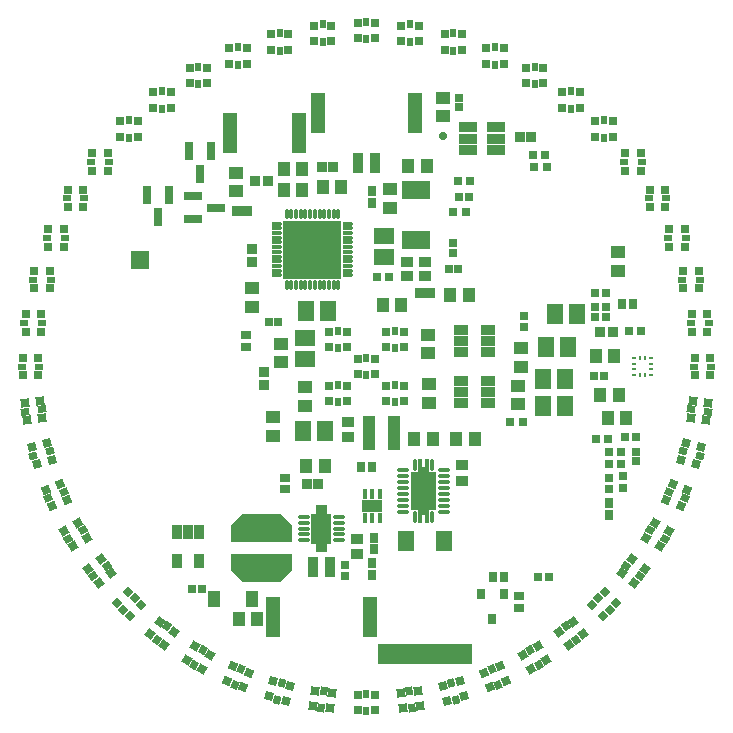
<source format=gts>
G04 Layer_Color=8388736*
%FSLAX25Y25*%
%MOIN*%
G70*
G01*
G75*
%ADD89R,0.01181X0.01181*%
%ADD91R,0.03937X0.03937*%
%ADD95O,0.01476X0.00984*%
%ADD96O,0.00984X0.01476*%
%ADD132R,0.05847X0.05847*%
%ADD133R,0.02769X0.02769*%
%ADD134R,0.02375X0.02769*%
%ADD135R,0.02769X0.02769*%
%ADD136R,0.02769X0.02375*%
%ADD137P,0.03915X4X322.5*%
G04:AMPARAMS|DCode=138|XSize=23.75mil|YSize=27.69mil|CornerRadius=0mil|HoleSize=0mil|Usage=FLASHONLY|Rotation=277.500|XOffset=0mil|YOffset=0mil|HoleType=Round|Shape=Rectangle|*
%AMROTATEDRECTD138*
4,1,4,-0.01527,0.00997,0.01217,0.01358,0.01527,-0.00997,-0.01217,-0.01358,-0.01527,0.00997,0.0*
%
%ADD138ROTATEDRECTD138*%

%ADD139P,0.03915X4X330.0*%
G04:AMPARAMS|DCode=140|XSize=23.75mil|YSize=27.69mil|CornerRadius=0mil|HoleSize=0mil|Usage=FLASHONLY|Rotation=285.000|XOffset=0mil|YOffset=0mil|HoleType=Round|Shape=Rectangle|*
%AMROTATEDRECTD140*
4,1,4,-0.01644,0.00789,0.01030,0.01505,0.01644,-0.00789,-0.01030,-0.01505,-0.01644,0.00789,0.0*
%
%ADD140ROTATEDRECTD140*%

%ADD141P,0.03915X4X337.5*%
G04:AMPARAMS|DCode=142|XSize=23.75mil|YSize=27.69mil|CornerRadius=0mil|HoleSize=0mil|Usage=FLASHONLY|Rotation=292.500|XOffset=0mil|YOffset=0mil|HoleType=Round|Shape=Rectangle|*
%AMROTATEDRECTD142*
4,1,4,-0.01733,0.00567,0.00825,0.01627,0.01733,-0.00567,-0.00825,-0.01627,-0.01733,0.00567,0.0*
%
%ADD142ROTATEDRECTD142*%

%ADD143P,0.03915X4X345.0*%
G04:AMPARAMS|DCode=144|XSize=23.75mil|YSize=27.69mil|CornerRadius=0mil|HoleSize=0mil|Usage=FLASHONLY|Rotation=300.000|XOffset=0mil|YOffset=0mil|HoleType=Round|Shape=Rectangle|*
%AMROTATEDRECTD144*
4,1,4,-0.01793,0.00336,0.00605,0.01720,0.01793,-0.00336,-0.00605,-0.01720,-0.01793,0.00336,0.0*
%
%ADD144ROTATEDRECTD144*%

%ADD145P,0.03915X4X352.5*%
G04:AMPARAMS|DCode=146|XSize=23.75mil|YSize=27.69mil|CornerRadius=0mil|HoleSize=0mil|Usage=FLASHONLY|Rotation=307.500|XOffset=0mil|YOffset=0mil|HoleType=Round|Shape=Rectangle|*
%AMROTATEDRECTD146*
4,1,4,-0.01821,0.00099,0.00375,0.01785,0.01821,-0.00099,-0.00375,-0.01785,-0.01821,0.00099,0.0*
%
%ADD146ROTATEDRECTD146*%

%ADD147P,0.03915X4X360.0*%
G04:AMPARAMS|DCode=148|XSize=23.75mil|YSize=27.69mil|CornerRadius=0mil|HoleSize=0mil|Usage=FLASHONLY|Rotation=315.000|XOffset=0mil|YOffset=0mil|HoleType=Round|Shape=Rectangle|*
%AMROTATEDRECTD148*
4,1,4,-0.01818,-0.00139,0.00139,0.01818,0.01818,0.00139,-0.00139,-0.01818,-0.01818,-0.00139,0.0*
%
%ADD148ROTATEDRECTD148*%

%ADD149P,0.03915X4X367.5*%
G04:AMPARAMS|DCode=150|XSize=23.75mil|YSize=27.69mil|CornerRadius=0mil|HoleSize=0mil|Usage=FLASHONLY|Rotation=322.500|XOffset=0mil|YOffset=0mil|HoleType=Round|Shape=Rectangle|*
%AMROTATEDRECTD150*
4,1,4,-0.01785,-0.00375,-0.00099,0.01821,0.01785,0.00375,0.00099,-0.01821,-0.01785,-0.00375,0.0*
%
%ADD150ROTATEDRECTD150*%

%ADD151P,0.03915X4X375.0*%
G04:AMPARAMS|DCode=152|XSize=23.75mil|YSize=27.69mil|CornerRadius=0mil|HoleSize=0mil|Usage=FLASHONLY|Rotation=330.000|XOffset=0mil|YOffset=0mil|HoleType=Round|Shape=Rectangle|*
%AMROTATEDRECTD152*
4,1,4,-0.01720,-0.00605,-0.00336,0.01793,0.01720,0.00605,0.00336,-0.01793,-0.01720,-0.00605,0.0*
%
%ADD152ROTATEDRECTD152*%

%ADD153P,0.03915X4X382.5*%
G04:AMPARAMS|DCode=154|XSize=23.75mil|YSize=27.69mil|CornerRadius=0mil|HoleSize=0mil|Usage=FLASHONLY|Rotation=337.500|XOffset=0mil|YOffset=0mil|HoleType=Round|Shape=Rectangle|*
%AMROTATEDRECTD154*
4,1,4,-0.01627,-0.00825,-0.00567,0.01733,0.01627,0.00825,0.00567,-0.01733,-0.01627,-0.00825,0.0*
%
%ADD154ROTATEDRECTD154*%

%ADD155P,0.03915X4X390.0*%
G04:AMPARAMS|DCode=156|XSize=23.75mil|YSize=27.69mil|CornerRadius=0mil|HoleSize=0mil|Usage=FLASHONLY|Rotation=345.000|XOffset=0mil|YOffset=0mil|HoleType=Round|Shape=Rectangle|*
%AMROTATEDRECTD156*
4,1,4,-0.01505,-0.01030,-0.00789,0.01644,0.01505,0.01030,0.00789,-0.01644,-0.01505,-0.01030,0.0*
%
%ADD156ROTATEDRECTD156*%

%ADD157P,0.03915X4X397.5*%
G04:AMPARAMS|DCode=158|XSize=23.75mil|YSize=27.69mil|CornerRadius=0mil|HoleSize=0mil|Usage=FLASHONLY|Rotation=352.500|XOffset=0mil|YOffset=0mil|HoleType=Round|Shape=Rectangle|*
%AMROTATEDRECTD158*
4,1,4,-0.01358,-0.01217,-0.00997,0.01527,0.01358,0.01217,0.00997,-0.01527,-0.01358,-0.01217,0.0*
%
%ADD158ROTATEDRECTD158*%

%ADD159P,0.03915X4X52.5*%
G04:AMPARAMS|DCode=160|XSize=23.75mil|YSize=27.69mil|CornerRadius=0mil|HoleSize=0mil|Usage=FLASHONLY|Rotation=7.500|XOffset=0mil|YOffset=0mil|HoleType=Round|Shape=Rectangle|*
%AMROTATEDRECTD160*
4,1,4,-0.00997,-0.01527,-0.01358,0.01217,0.00997,0.01527,0.01358,-0.01217,-0.00997,-0.01527,0.0*
%
%ADD160ROTATEDRECTD160*%

%ADD161P,0.03915X4X60.0*%
G04:AMPARAMS|DCode=162|XSize=23.75mil|YSize=27.69mil|CornerRadius=0mil|HoleSize=0mil|Usage=FLASHONLY|Rotation=15.000|XOffset=0mil|YOffset=0mil|HoleType=Round|Shape=Rectangle|*
%AMROTATEDRECTD162*
4,1,4,-0.00789,-0.01644,-0.01505,0.01030,0.00789,0.01644,0.01505,-0.01030,-0.00789,-0.01644,0.0*
%
%ADD162ROTATEDRECTD162*%

%ADD163P,0.03915X4X67.5*%
G04:AMPARAMS|DCode=164|XSize=23.75mil|YSize=27.69mil|CornerRadius=0mil|HoleSize=0mil|Usage=FLASHONLY|Rotation=22.500|XOffset=0mil|YOffset=0mil|HoleType=Round|Shape=Rectangle|*
%AMROTATEDRECTD164*
4,1,4,-0.00567,-0.01733,-0.01627,0.00825,0.00567,0.01733,0.01627,-0.00825,-0.00567,-0.01733,0.0*
%
%ADD164ROTATEDRECTD164*%

%ADD165P,0.03915X4X75.0*%
G04:AMPARAMS|DCode=166|XSize=23.75mil|YSize=27.69mil|CornerRadius=0mil|HoleSize=0mil|Usage=FLASHONLY|Rotation=30.000|XOffset=0mil|YOffset=0mil|HoleType=Round|Shape=Rectangle|*
%AMROTATEDRECTD166*
4,1,4,-0.00336,-0.01793,-0.01720,0.00605,0.00336,0.01793,0.01720,-0.00605,-0.00336,-0.01793,0.0*
%
%ADD166ROTATEDRECTD166*%

%ADD167P,0.03915X4X82.5*%
G04:AMPARAMS|DCode=168|XSize=23.75mil|YSize=27.69mil|CornerRadius=0mil|HoleSize=0mil|Usage=FLASHONLY|Rotation=37.500|XOffset=0mil|YOffset=0mil|HoleType=Round|Shape=Rectangle|*
%AMROTATEDRECTD168*
4,1,4,-0.00099,-0.01821,-0.01785,0.00375,0.00099,0.01821,0.01785,-0.00375,-0.00099,-0.01821,0.0*
%
%ADD168ROTATEDRECTD168*%

%ADD169P,0.03915X4X127.5*%
G04:AMPARAMS|DCode=170|XSize=23.75mil|YSize=27.69mil|CornerRadius=0mil|HoleSize=0mil|Usage=FLASHONLY|Rotation=82.500|XOffset=0mil|YOffset=0mil|HoleType=Round|Shape=Rectangle|*
%AMROTATEDRECTD170*
4,1,4,0.01217,-0.01358,-0.01527,-0.00997,-0.01217,0.01358,0.01527,0.00997,0.01217,-0.01358,0.0*
%
%ADD170ROTATEDRECTD170*%

%ADD171P,0.03915X4X120.0*%
G04:AMPARAMS|DCode=172|XSize=23.75mil|YSize=27.69mil|CornerRadius=0mil|HoleSize=0mil|Usage=FLASHONLY|Rotation=75.000|XOffset=0mil|YOffset=0mil|HoleType=Round|Shape=Rectangle|*
%AMROTATEDRECTD172*
4,1,4,0.01030,-0.01505,-0.01644,-0.00789,-0.01030,0.01505,0.01644,0.00789,0.01030,-0.01505,0.0*
%
%ADD172ROTATEDRECTD172*%

%ADD173P,0.03915X4X112.5*%
G04:AMPARAMS|DCode=174|XSize=23.75mil|YSize=27.69mil|CornerRadius=0mil|HoleSize=0mil|Usage=FLASHONLY|Rotation=67.500|XOffset=0mil|YOffset=0mil|HoleType=Round|Shape=Rectangle|*
%AMROTATEDRECTD174*
4,1,4,0.00825,-0.01627,-0.01733,-0.00567,-0.00825,0.01627,0.01733,0.00567,0.00825,-0.01627,0.0*
%
%ADD174ROTATEDRECTD174*%

%ADD175P,0.03915X4X105.0*%
G04:AMPARAMS|DCode=176|XSize=23.75mil|YSize=27.69mil|CornerRadius=0mil|HoleSize=0mil|Usage=FLASHONLY|Rotation=60.000|XOffset=0mil|YOffset=0mil|HoleType=Round|Shape=Rectangle|*
%AMROTATEDRECTD176*
4,1,4,0.00605,-0.01720,-0.01793,-0.00336,-0.00605,0.01720,0.01793,0.00336,0.00605,-0.01720,0.0*
%
%ADD176ROTATEDRECTD176*%

%ADD177P,0.03915X4X97.5*%
G04:AMPARAMS|DCode=178|XSize=23.75mil|YSize=27.69mil|CornerRadius=0mil|HoleSize=0mil|Usage=FLASHONLY|Rotation=52.500|XOffset=0mil|YOffset=0mil|HoleType=Round|Shape=Rectangle|*
%AMROTATEDRECTD178*
4,1,4,0.00375,-0.01785,-0.01821,-0.00099,-0.00375,0.01785,0.01821,0.00099,0.00375,-0.01785,0.0*
%
%ADD178ROTATEDRECTD178*%

%ADD179P,0.03915X4X90.0*%
G04:AMPARAMS|DCode=180|XSize=23.75mil|YSize=27.69mil|CornerRadius=0mil|HoleSize=0mil|Usage=FLASHONLY|Rotation=45.000|XOffset=0mil|YOffset=0mil|HoleType=Round|Shape=Rectangle|*
%AMROTATEDRECTD180*
4,1,4,0.00139,-0.01818,-0.01818,0.00139,-0.00139,0.01818,0.01818,-0.00139,0.00139,-0.01818,0.0*
%
%ADD180ROTATEDRECTD180*%

%ADD181R,0.03162X0.03753*%
%ADD182R,0.02965X0.03359*%
%ADD183R,0.03359X0.02965*%
%ADD184R,0.03162X0.06312*%
%ADD185O,0.01587X0.03359*%
%ADD186O,0.03359X0.01587*%
%ADD187R,0.19304X0.19304*%
%ADD188R,0.06312X0.03162*%
%ADD189R,0.05328X0.06509*%
%ADD190R,0.06509X0.05328*%
%ADD191R,0.09461X0.05918*%
%ADD192R,0.04343X0.04737*%
%ADD193R,0.04737X0.04343*%
%ADD194R,0.04737X0.13595*%
%ADD195R,0.03556X0.06706*%
%ADD196R,0.04934X0.13595*%
%ADD197R,0.03359X0.05131*%
%ADD198R,0.03753X0.03359*%
%ADD199R,0.02847X0.02847*%
%ADD200R,0.03359X0.03753*%
%ADD201R,0.02965X0.02572*%
%ADD202R,0.03162X0.03162*%
%ADD203R,0.03162X0.03162*%
%ADD204R,0.03950X0.11430*%
%ADD205R,0.03241X0.03241*%
%ADD206R,0.05328X0.06706*%
%ADD207R,0.31509X0.06706*%
%ADD208O,0.03898X0.01654*%
%ADD209O,0.01654X0.03898*%
%ADD210R,0.02572X0.02965*%
%ADD211R,0.04383X0.05603*%
%ADD212R,0.02847X0.02847*%
%ADD213R,0.05918X0.03556*%
%ADD214C,0.02769*%
%ADD215R,0.07047X0.10000*%
%ADD216R,0.01732X0.03307*%
%ADD217R,0.06850X0.04488*%
%ADD218R,0.02769X0.03162*%
%ADD219R,0.03162X0.02769*%
%ADD220R,0.02769X0.03359*%
%ADD221R,0.03950X0.03753*%
%ADD222R,0.04343X0.03753*%
%ADD223R,0.04934X0.03359*%
%ADD224R,0.01902X0.03556*%
%ADD225C,0.03398*%
G36*
X-24953Y-68185D02*
X-28693Y-71728D01*
X-41307D01*
X-45047Y-68185D01*
Y-62657D01*
X-24953D01*
Y-68185D01*
D02*
G37*
G36*
Y-52815D02*
Y-58342D01*
X-45047D01*
Y-52815D01*
X-41346Y-49272D01*
X-28732D01*
X-24953Y-52815D01*
D02*
G37*
G36*
X20578Y-30794D02*
X20620Y-30804D01*
X20661Y-30820D01*
X20698Y-30843D01*
X20731Y-30871D01*
X20759Y-30904D01*
X20781Y-30941D01*
X20798Y-30981D01*
X20808Y-31023D01*
X20811Y-31067D01*
Y-35219D01*
X23035D01*
X23078Y-35223D01*
X23121Y-35233D01*
X23161Y-35249D01*
X23198Y-35272D01*
X23231Y-35300D01*
X23259Y-35333D01*
X23281Y-35370D01*
X23298Y-35410D01*
X23308Y-35452D01*
X23312Y-35496D01*
Y-47504D01*
X23308Y-47547D01*
X23298Y-47589D01*
X23281Y-47629D01*
X23259Y-47666D01*
X23231Y-47699D01*
X23198Y-47727D01*
X23161Y-47750D01*
X23121Y-47767D01*
X23078Y-47777D01*
X23035Y-47780D01*
X20811D01*
Y-51933D01*
X20808Y-51976D01*
X20798Y-52018D01*
X20781Y-52058D01*
X20759Y-52095D01*
X20731Y-52128D01*
X20698Y-52156D01*
X20661Y-52179D01*
X20620Y-52196D01*
X20578Y-52206D01*
X20535Y-52209D01*
X19630D01*
X19586Y-52206D01*
X19544Y-52196D01*
X19504Y-52179D01*
X19467Y-52156D01*
X19434Y-52128D01*
X19406Y-52095D01*
X19383Y-52058D01*
X19367Y-52018D01*
X19357Y-51976D01*
X19353Y-51933D01*
Y-49355D01*
X18646D01*
Y-51933D01*
X18643Y-51976D01*
X18633Y-52018D01*
X18616Y-52058D01*
X18593Y-52095D01*
X18565Y-52128D01*
X18532Y-52156D01*
X18495Y-52179D01*
X18455Y-52196D01*
X18413Y-52206D01*
X18370Y-52209D01*
X17464D01*
X17421Y-52206D01*
X17379Y-52196D01*
X17339Y-52179D01*
X17302Y-52156D01*
X17269Y-52128D01*
X17241Y-52095D01*
X17218Y-52058D01*
X17201Y-52018D01*
X17191Y-51976D01*
X17188Y-51933D01*
Y-47780D01*
X14964D01*
X14921Y-47777D01*
X14879Y-47767D01*
X14839Y-47750D01*
X14802Y-47727D01*
X14769Y-47699D01*
X14741Y-47666D01*
X14718Y-47629D01*
X14701Y-47589D01*
X14691Y-47547D01*
X14688Y-47504D01*
Y-35496D01*
X14691Y-35452D01*
X14701Y-35410D01*
X14718Y-35370D01*
X14741Y-35333D01*
X14769Y-35300D01*
X14802Y-35272D01*
X14839Y-35249D01*
X14879Y-35233D01*
X14921Y-35223D01*
X14964Y-35219D01*
X17188D01*
Y-31067D01*
X17191Y-31023D01*
X17201Y-30981D01*
X17218Y-30941D01*
X17241Y-30904D01*
X17269Y-30871D01*
X17302Y-30843D01*
X17339Y-30820D01*
X17379Y-30804D01*
X17421Y-30794D01*
X17464Y-30790D01*
X18370D01*
X18413Y-30794D01*
X18455Y-30804D01*
X18495Y-30820D01*
X18532Y-30843D01*
X18565Y-30871D01*
X18593Y-30904D01*
X18616Y-30941D01*
X18633Y-30981D01*
X18643Y-31023D01*
X18646Y-31067D01*
Y-33645D01*
X19353D01*
Y-31067D01*
X19357Y-31023D01*
X19367Y-30981D01*
X19383Y-30941D01*
X19406Y-30904D01*
X19434Y-30871D01*
X19467Y-30843D01*
X19504Y-30820D01*
X19544Y-30804D01*
X19586Y-30794D01*
X19630Y-30790D01*
X20535D01*
X20578Y-30794D01*
D02*
G37*
D89*
X19000Y-41500D02*
D03*
D91*
X-35000Y-53807D02*
D03*
Y-67193D02*
D03*
D95*
X94953Y2953D02*
D03*
Y984D02*
D03*
Y-984D02*
D03*
Y-2953D02*
D03*
X89047D02*
D03*
Y-984D02*
D03*
Y984D02*
D03*
Y2953D02*
D03*
D96*
X92984Y-2953D02*
D03*
X91016D02*
D03*
Y2953D02*
D03*
X92984D02*
D03*
D132*
X-75528Y35498D02*
D03*
D133*
X-12453Y11559D02*
D03*
X-6547D02*
D03*
X-12453Y6441D02*
D03*
X-6547D02*
D03*
X6547Y11559D02*
D03*
X12453D02*
D03*
X6547Y6441D02*
D03*
X12453D02*
D03*
X-2953Y2559D02*
D03*
X2953D02*
D03*
X-2953Y-2559D02*
D03*
X2953D02*
D03*
X-6547Y-11559D02*
D03*
X-12453D02*
D03*
X-6547Y-6441D02*
D03*
X-12453D02*
D03*
X12453Y-11559D02*
D03*
X6547D02*
D03*
X12453Y-6441D02*
D03*
X6547D02*
D03*
X-11667Y108491D02*
D03*
X-17573Y108491D02*
D03*
X-11667Y113609D02*
D03*
X-17573Y113609D02*
D03*
X-26037Y105632D02*
D03*
X-31942Y105632D02*
D03*
X-26037Y110750D02*
D03*
X-31942Y110750D02*
D03*
X-39911Y100923D02*
D03*
X-45816Y100923D02*
D03*
X-39911Y106041D02*
D03*
X-45816Y106041D02*
D03*
X-53051Y94443D02*
D03*
X-58957D02*
D03*
X-53051Y99561D02*
D03*
X-58957Y99561D02*
D03*
X-65233Y86303D02*
D03*
X-71139Y86303D02*
D03*
X-65233Y91421D02*
D03*
X-71139Y91421D02*
D03*
X-76249Y76643D02*
D03*
X-82154D02*
D03*
X-76249Y81761D02*
D03*
X-82154D02*
D03*
X-2953Y-109449D02*
D03*
X2953D02*
D03*
X-2953Y-114567D02*
D03*
X2953D02*
D03*
Y109449D02*
D03*
X-2953D02*
D03*
X2953Y114567D02*
D03*
X-2953D02*
D03*
X17573Y108491D02*
D03*
X11667Y108491D02*
D03*
X17573Y113609D02*
D03*
X11667Y113609D02*
D03*
X31942Y105632D02*
D03*
X26037Y105632D02*
D03*
X31942Y110750D02*
D03*
X26037Y110750D02*
D03*
X45816Y100923D02*
D03*
X39911Y100923D02*
D03*
X45816Y106041D02*
D03*
X39911Y106041D02*
D03*
X58957Y94443D02*
D03*
X53051D02*
D03*
X58957Y99561D02*
D03*
X53051Y99561D02*
D03*
X71139Y86303D02*
D03*
X65233Y86303D02*
D03*
X71139Y91421D02*
D03*
X65233Y91421D02*
D03*
X82154Y76643D02*
D03*
X76249D02*
D03*
X82154Y81761D02*
D03*
X76249D02*
D03*
D134*
X-9500Y11953D02*
D03*
Y6047D02*
D03*
X9500Y11953D02*
D03*
Y6047D02*
D03*
X0Y2953D02*
D03*
Y-2953D02*
D03*
X-9500Y-11953D02*
D03*
Y-6047D02*
D03*
X9500Y-11953D02*
D03*
Y-6047D02*
D03*
X-14620Y108097D02*
D03*
X-14620Y114003D02*
D03*
X-28990Y105239D02*
D03*
X-28990Y111144D02*
D03*
X-42864Y100529D02*
D03*
X-42864Y106435D02*
D03*
X-56004Y94049D02*
D03*
Y99954D02*
D03*
X-68186Y85909D02*
D03*
X-68186Y91815D02*
D03*
X-79202Y76249D02*
D03*
Y82154D02*
D03*
X0Y-109055D02*
D03*
Y-114961D02*
D03*
Y109055D02*
D03*
Y114961D02*
D03*
X14620Y108097D02*
D03*
X14620Y114003D02*
D03*
X28990Y105239D02*
D03*
X28990Y111144D02*
D03*
X42864Y100529D02*
D03*
X42864Y106435D02*
D03*
X56004Y94049D02*
D03*
Y99954D02*
D03*
X68186Y85909D02*
D03*
X68186Y91815D02*
D03*
X79202Y76249D02*
D03*
Y82154D02*
D03*
D135*
X-86303Y71139D02*
D03*
X-86303Y65233D02*
D03*
X-91421Y71139D02*
D03*
X-91421Y65233D02*
D03*
X-94443Y58957D02*
D03*
Y53051D02*
D03*
X-99561Y58957D02*
D03*
X-99561Y53051D02*
D03*
X-100923Y45816D02*
D03*
X-100923Y39911D02*
D03*
X-106041Y45816D02*
D03*
X-106041Y39911D02*
D03*
X-105632Y31942D02*
D03*
X-105632Y26037D02*
D03*
X-110750Y31942D02*
D03*
X-110750Y26037D02*
D03*
X-108491Y17573D02*
D03*
X-108491Y11667D02*
D03*
X-113609Y17573D02*
D03*
X-113609Y11667D02*
D03*
X-109449Y2953D02*
D03*
Y-2953D02*
D03*
X-114567Y2953D02*
D03*
Y-2953D02*
D03*
X86303Y65233D02*
D03*
X86303Y71139D02*
D03*
X91421Y65233D02*
D03*
X91421Y71139D02*
D03*
X94443Y53051D02*
D03*
Y58957D02*
D03*
X99561Y53051D02*
D03*
X99561Y58957D02*
D03*
X100923Y39911D02*
D03*
X100923Y45816D02*
D03*
X106041Y39911D02*
D03*
X106041Y45816D02*
D03*
X105632Y26037D02*
D03*
X105632Y31942D02*
D03*
X110750Y26037D02*
D03*
X110750Y31942D02*
D03*
X108491Y11667D02*
D03*
X108491Y17573D02*
D03*
X113609Y11667D02*
D03*
X113609Y17573D02*
D03*
X109449Y-2953D02*
D03*
Y2953D02*
D03*
X114567Y-2953D02*
D03*
Y2953D02*
D03*
D136*
X-85909Y68186D02*
D03*
X-91815Y68186D02*
D03*
X-94049Y56004D02*
D03*
X-99954D02*
D03*
X-100529Y42864D02*
D03*
X-106435Y42864D02*
D03*
X-105239Y28990D02*
D03*
X-111144Y28990D02*
D03*
X-108097Y14620D02*
D03*
X-114003Y14620D02*
D03*
X-109055Y0D02*
D03*
X-114961D02*
D03*
X85909Y68186D02*
D03*
X91815Y68186D02*
D03*
X94049Y56004D02*
D03*
X99954D02*
D03*
X100529Y42864D02*
D03*
X106435Y42864D02*
D03*
X105239Y28990D02*
D03*
X111144Y28990D02*
D03*
X108097Y14620D02*
D03*
X114003Y14620D02*
D03*
X109055Y0D02*
D03*
X114961D02*
D03*
D137*
X-108898Y-11358D02*
D03*
X-108127Y-17213D02*
D03*
X-113972Y-12026D02*
D03*
X-113201Y-17881D02*
D03*
D138*
X-108122Y-14235D02*
D03*
X-113977Y-15005D02*
D03*
D139*
X-106484Y-25475D02*
D03*
X-104955Y-31180D02*
D03*
X-111427Y-26800D02*
D03*
X-109899Y-32504D02*
D03*
D140*
X-105339Y-28226D02*
D03*
X-111043Y-29754D02*
D03*
D141*
X-102247Y-39156D02*
D03*
X-99988Y-44612D02*
D03*
X-106976Y-41115D02*
D03*
X-104716Y-46571D02*
D03*
D142*
X-100754Y-41734D02*
D03*
X-106210Y-43994D02*
D03*
D143*
X-96262Y-52167D02*
D03*
X-93309Y-57282D02*
D03*
X-100694Y-54726D02*
D03*
X-97741Y-59841D02*
D03*
D144*
X-94444Y-54528D02*
D03*
X-99559Y-57480D02*
D03*
D145*
X-88629Y-64286D02*
D03*
X-85034Y-68971D02*
D03*
X-92690Y-67401D02*
D03*
X-89095Y-72087D02*
D03*
D146*
X-86519Y-66389D02*
D03*
X-91204Y-69984D02*
D03*
D147*
X-79480Y-75304D02*
D03*
X-75304Y-79480D02*
D03*
X-83099Y-78923D02*
D03*
X-78923Y-83099D02*
D03*
D148*
X-77114Y-77114D02*
D03*
X-81289Y-81289D02*
D03*
D149*
X-68971Y-85034D02*
D03*
X-64286Y-88629D02*
D03*
X-72087Y-89095D02*
D03*
X-67401Y-92690D02*
D03*
D150*
X-66389Y-86519D02*
D03*
X-69984Y-91204D02*
D03*
D151*
X-57282Y-93309D02*
D03*
X-52167Y-96262D02*
D03*
X-59841Y-97741D02*
D03*
X-54726Y-100694D02*
D03*
D152*
X-54528Y-94444D02*
D03*
X-57480Y-99559D02*
D03*
D153*
X-44612Y-99988D02*
D03*
X-39156Y-102247D02*
D03*
X-46571Y-104716D02*
D03*
X-41115Y-106976D02*
D03*
D154*
X-41734Y-100754D02*
D03*
X-43994Y-106210D02*
D03*
D155*
X-31180Y-104955D02*
D03*
X-25475Y-106484D02*
D03*
X-32504Y-109899D02*
D03*
X-26800Y-111427D02*
D03*
D156*
X-28226Y-105339D02*
D03*
X-29754Y-111043D02*
D03*
D157*
X-17213Y-108127D02*
D03*
X-11358Y-108898D02*
D03*
X-17881Y-113201D02*
D03*
X-12026Y-113972D02*
D03*
D158*
X-14235Y-108122D02*
D03*
X-15005Y-113977D02*
D03*
D159*
X11358Y-108898D02*
D03*
X17213Y-108127D02*
D03*
X12026Y-113972D02*
D03*
X17881Y-113201D02*
D03*
D160*
X14235Y-108122D02*
D03*
X15005Y-113977D02*
D03*
D161*
X25475Y-106484D02*
D03*
X31180Y-104955D02*
D03*
X26800Y-111427D02*
D03*
X32504Y-109899D02*
D03*
D162*
X28226Y-105339D02*
D03*
X29754Y-111043D02*
D03*
D163*
X39156Y-102247D02*
D03*
X44612Y-99988D02*
D03*
X41115Y-106976D02*
D03*
X46571Y-104716D02*
D03*
D164*
X41734Y-100754D02*
D03*
X43994Y-106210D02*
D03*
D165*
X52167Y-96262D02*
D03*
X57282Y-93309D02*
D03*
X54726Y-100694D02*
D03*
X59841Y-97741D02*
D03*
D166*
X54528Y-94444D02*
D03*
X57480Y-99559D02*
D03*
D167*
X64286Y-88629D02*
D03*
X68971Y-85034D02*
D03*
X67401Y-92690D02*
D03*
X72087Y-89095D02*
D03*
D168*
X66389Y-86519D02*
D03*
X69984Y-91204D02*
D03*
D169*
X108127Y-17213D02*
D03*
X108898Y-11358D02*
D03*
X113201Y-17881D02*
D03*
X113972Y-12026D02*
D03*
D170*
X108122Y-14235D02*
D03*
X113977Y-15005D02*
D03*
D171*
X104955Y-31180D02*
D03*
X106484Y-25475D02*
D03*
X109899Y-32504D02*
D03*
X111427Y-26800D02*
D03*
D172*
X105339Y-28226D02*
D03*
X111043Y-29754D02*
D03*
D173*
X99988Y-44612D02*
D03*
X102247Y-39156D02*
D03*
X104716Y-46571D02*
D03*
X106976Y-41115D02*
D03*
D174*
X100754Y-41734D02*
D03*
X106210Y-43994D02*
D03*
D175*
X93309Y-57282D02*
D03*
X96262Y-52167D02*
D03*
X97741Y-59841D02*
D03*
X100694Y-54726D02*
D03*
D176*
X94444Y-54528D02*
D03*
X99559Y-57480D02*
D03*
D177*
X85034Y-68971D02*
D03*
X88629Y-64286D02*
D03*
X89095Y-72087D02*
D03*
X92690Y-67401D02*
D03*
D178*
X86519Y-66389D02*
D03*
X91204Y-69984D02*
D03*
D179*
X75304Y-79480D02*
D03*
X79480Y-75304D02*
D03*
X78923Y-83099D02*
D03*
X83099Y-78923D02*
D03*
D180*
X77114Y-77114D02*
D03*
X81289Y-81289D02*
D03*
D181*
X45740Y-75669D02*
D03*
X38260D02*
D03*
X42000Y-84331D02*
D03*
D182*
X45968Y-70000D02*
D03*
X42031D02*
D03*
X1969Y-33500D02*
D03*
X-1969D02*
D03*
X88968Y21000D02*
D03*
X85031D02*
D03*
D183*
X51000Y-76531D02*
D03*
Y-80468D02*
D03*
X-27000Y-37031D02*
D03*
Y-40968D02*
D03*
X-40000Y10469D02*
D03*
Y6532D02*
D03*
D184*
X-55500Y64260D02*
D03*
X-59240Y71740D02*
D03*
X-51760D02*
D03*
X-69500Y49760D02*
D03*
X-73240Y57240D02*
D03*
X-65760D02*
D03*
D185*
X-9339Y50909D02*
D03*
X-10913D02*
D03*
X-12488D02*
D03*
X-14063D02*
D03*
X-15638D02*
D03*
X-17213D02*
D03*
X-18787D02*
D03*
X-20362D02*
D03*
X-21937D02*
D03*
X-23512D02*
D03*
X-25087D02*
D03*
X-26661D02*
D03*
Y27091D02*
D03*
X-25087D02*
D03*
X-23512D02*
D03*
X-21937D02*
D03*
X-20362D02*
D03*
X-18787D02*
D03*
X-17213D02*
D03*
X-15638D02*
D03*
X-14063D02*
D03*
X-12488D02*
D03*
X-10913D02*
D03*
X-9339D02*
D03*
D186*
X-29909Y47661D02*
D03*
Y46087D02*
D03*
Y44512D02*
D03*
Y42937D02*
D03*
Y41362D02*
D03*
Y39787D02*
D03*
Y38213D02*
D03*
Y36638D02*
D03*
Y35063D02*
D03*
Y33488D02*
D03*
Y31913D02*
D03*
Y30339D02*
D03*
X-6091D02*
D03*
Y31913D02*
D03*
Y33488D02*
D03*
Y35063D02*
D03*
Y36638D02*
D03*
Y38213D02*
D03*
Y39787D02*
D03*
Y41362D02*
D03*
Y42937D02*
D03*
Y44512D02*
D03*
Y46087D02*
D03*
Y47661D02*
D03*
D187*
X-18000Y39000D02*
D03*
D188*
X-50260Y53000D02*
D03*
X-57740Y49260D02*
D03*
Y56740D02*
D03*
D189*
X-21043Y-21500D02*
D03*
X-13957D02*
D03*
X62957Y17500D02*
D03*
X70043D02*
D03*
X58957Y-4000D02*
D03*
X66043D02*
D03*
X-20043Y18500D02*
D03*
X-12957D02*
D03*
X67043Y6500D02*
D03*
X59957D02*
D03*
X66043Y-13000D02*
D03*
X58957D02*
D03*
D190*
X6000Y36457D02*
D03*
Y43543D02*
D03*
X-20500Y2457D02*
D03*
Y9543D02*
D03*
D191*
X16500Y42232D02*
D03*
Y58768D02*
D03*
D192*
X5350Y20500D02*
D03*
X11650D02*
D03*
X80350Y-17000D02*
D03*
X86650D02*
D03*
X15850Y-24000D02*
D03*
X22150D02*
D03*
X-20150Y-33000D02*
D03*
X-13850D02*
D03*
X27850Y24000D02*
D03*
X34150D02*
D03*
X77850Y-9500D02*
D03*
X84150D02*
D03*
X36150Y-24000D02*
D03*
X29850D02*
D03*
X20150Y67000D02*
D03*
X13850D02*
D03*
X82650Y3500D02*
D03*
X76350D02*
D03*
X-21350Y59000D02*
D03*
X-27650D02*
D03*
X-8350Y60000D02*
D03*
X-14650D02*
D03*
X-42650Y-84000D02*
D03*
X-36350D02*
D03*
X-21350Y66000D02*
D03*
X-27650D02*
D03*
D193*
X-31000Y-23150D02*
D03*
Y-16850D02*
D03*
X84000Y31850D02*
D03*
Y38150D02*
D03*
X21000Y-12150D02*
D03*
Y-5850D02*
D03*
X20500Y4350D02*
D03*
Y10650D02*
D03*
X51500Y-150D02*
D03*
Y6150D02*
D03*
X50500Y-12650D02*
D03*
Y-6350D02*
D03*
X-20500Y-6850D02*
D03*
Y-13150D02*
D03*
X-38000Y26150D02*
D03*
Y19850D02*
D03*
X-43500Y64650D02*
D03*
Y58350D02*
D03*
X8000Y59150D02*
D03*
Y52850D02*
D03*
X-28500Y7650D02*
D03*
Y1350D02*
D03*
X25500Y89650D02*
D03*
Y83350D02*
D03*
D194*
X16142Y84500D02*
D03*
X-16142D02*
D03*
X-31142Y-83500D02*
D03*
X1142D02*
D03*
D195*
X2953Y67768D02*
D03*
X-2953D02*
D03*
X-17953Y-66768D02*
D03*
X-12047D02*
D03*
D196*
X-22583Y78000D02*
D03*
X-45417D02*
D03*
D197*
X-55760Y-55276D02*
D03*
X-59500D02*
D03*
X-63240D02*
D03*
Y-64724D02*
D03*
X-55760D02*
D03*
D198*
X-34000Y-6165D02*
D03*
Y-1835D02*
D03*
X-38000Y34835D02*
D03*
Y39165D02*
D03*
D199*
X79075Y-3000D02*
D03*
X75925D02*
D03*
X30575Y32500D02*
D03*
X27425D02*
D03*
X34075Y56500D02*
D03*
X30925D02*
D03*
X-29425Y15000D02*
D03*
X-32575D02*
D03*
D200*
X-37165Y62000D02*
D03*
X-32835D02*
D03*
X77835Y11500D02*
D03*
X82165D02*
D03*
D201*
X52500Y16772D02*
D03*
Y13228D02*
D03*
D202*
X60067Y66500D02*
D03*
X55933D02*
D03*
X34567Y62000D02*
D03*
X30433D02*
D03*
X33067Y51500D02*
D03*
X28933D02*
D03*
X59567Y70500D02*
D03*
X55433D02*
D03*
X52067Y-18500D02*
D03*
X47933D02*
D03*
X80567Y-24000D02*
D03*
X76433D02*
D03*
X91567Y12000D02*
D03*
X87433D02*
D03*
D203*
X85000Y-28433D02*
D03*
Y-32567D02*
D03*
D204*
X669Y-22000D02*
D03*
X9331D02*
D03*
D205*
X21272Y24500D02*
D03*
X17728D02*
D03*
X-16228Y-39000D02*
D03*
X-19772D02*
D03*
X-11228Y66500D02*
D03*
X-14772D02*
D03*
X54772Y76500D02*
D03*
X51228D02*
D03*
X-39728Y52000D02*
D03*
X-43272D02*
D03*
D206*
X25996Y-58181D02*
D03*
X13004D02*
D03*
D207*
X19500Y-95780D02*
D03*
D208*
X25791Y-48389D02*
D03*
Y-46421D02*
D03*
Y-44452D02*
D03*
Y-42484D02*
D03*
Y-40515D02*
D03*
Y-38547D02*
D03*
Y-36578D02*
D03*
Y-34610D02*
D03*
X12208D02*
D03*
Y-36578D02*
D03*
Y-38547D02*
D03*
Y-40515D02*
D03*
Y-42484D02*
D03*
Y-44452D02*
D03*
Y-46421D02*
D03*
Y-48389D02*
D03*
X-20807Y-50063D02*
D03*
Y-52031D02*
D03*
Y-54000D02*
D03*
Y-55968D02*
D03*
Y-57937D02*
D03*
X-9193D02*
D03*
Y-55968D02*
D03*
Y-54000D02*
D03*
Y-52031D02*
D03*
Y-50063D02*
D03*
D209*
X21952Y-32740D02*
D03*
X16047D02*
D03*
Y-50260D02*
D03*
X21952D02*
D03*
D210*
X89772Y-23500D02*
D03*
X86228D02*
D03*
X60772Y-70000D02*
D03*
X57228D02*
D03*
X-54728Y-74000D02*
D03*
X-58272D02*
D03*
D211*
X-50937Y-77500D02*
D03*
X-38063D02*
D03*
D212*
X29000Y41075D02*
D03*
Y37925D02*
D03*
X31000Y86425D02*
D03*
Y89575D02*
D03*
X90000Y-28425D02*
D03*
Y-31575D02*
D03*
D213*
X33776Y72260D02*
D03*
Y76000D02*
D03*
Y79740D02*
D03*
X43224D02*
D03*
Y76000D02*
D03*
Y72260D02*
D03*
D214*
X25500Y77000D02*
D03*
D215*
X-15000Y-54000D02*
D03*
D216*
X-559Y-50634D02*
D03*
X2000D02*
D03*
X4559D02*
D03*
Y-42366D02*
D03*
X2000D02*
D03*
X-559D02*
D03*
D217*
X2000Y-46500D02*
D03*
D218*
X85500Y-36531D02*
D03*
Y-40468D02*
D03*
X81000Y-28532D02*
D03*
Y-32469D02*
D03*
X-7000Y-66031D02*
D03*
Y-69968D02*
D03*
X81000Y-37031D02*
D03*
Y-40968D02*
D03*
D219*
X79969Y16500D02*
D03*
X76032D02*
D03*
X79969Y24500D02*
D03*
X76032D02*
D03*
X7468Y30000D02*
D03*
X3531D02*
D03*
X79969Y20000D02*
D03*
X76032D02*
D03*
D220*
X81000Y-45630D02*
D03*
Y-49370D02*
D03*
X2000Y58370D02*
D03*
Y54630D02*
D03*
X2500Y-57130D02*
D03*
Y-60870D02*
D03*
X2000Y-65630D02*
D03*
Y-69370D02*
D03*
D221*
X32000Y-38157D02*
D03*
Y-32842D02*
D03*
X-6000Y-23658D02*
D03*
Y-18342D02*
D03*
X-3000Y-57342D02*
D03*
Y-62657D02*
D03*
D222*
X13547Y34961D02*
D03*
X19453D02*
D03*
X13547Y30039D02*
D03*
X19453D02*
D03*
D223*
X40429Y-4760D02*
D03*
Y-8500D02*
D03*
Y-12240D02*
D03*
X31571D02*
D03*
Y-8500D02*
D03*
Y-4760D02*
D03*
Y4760D02*
D03*
Y8500D02*
D03*
Y12240D02*
D03*
X40429D02*
D03*
Y8500D02*
D03*
Y4760D02*
D03*
D224*
X-15984Y-47898D02*
D03*
X-14016D02*
D03*
Y-60102D02*
D03*
X-15984D02*
D03*
D225*
X-10913Y41362D02*
D03*
Y36638D02*
D03*
Y31913D02*
D03*
X-15638Y46087D02*
D03*
Y41362D02*
D03*
Y36638D02*
D03*
Y31913D02*
D03*
X-20362Y46087D02*
D03*
Y41362D02*
D03*
Y36638D02*
D03*
Y31913D02*
D03*
X-25087Y46087D02*
D03*
Y41362D02*
D03*
Y36638D02*
D03*
Y31913D02*
D03*
M02*

</source>
